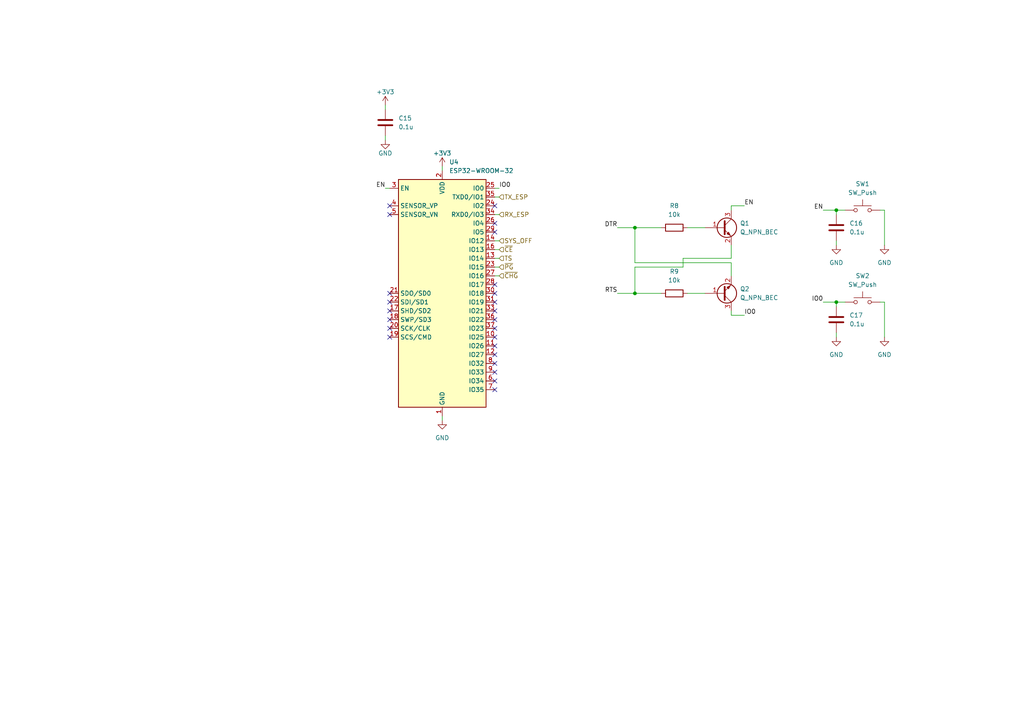
<source format=kicad_sch>
(kicad_sch (version 20211123) (generator eeschema)

  (uuid d306a26c-df4a-4810-8840-b846966d3fb5)

  (paper "A4")

  (lib_symbols
    (symbol "Device:C" (pin_numbers hide) (pin_names (offset 0.254)) (in_bom yes) (on_board yes)
      (property "Reference" "C" (id 0) (at 0.635 2.54 0)
        (effects (font (size 1.27 1.27)) (justify left))
      )
      (property "Value" "C" (id 1) (at 0.635 -2.54 0)
        (effects (font (size 1.27 1.27)) (justify left))
      )
      (property "Footprint" "" (id 2) (at 0.9652 -3.81 0)
        (effects (font (size 1.27 1.27)) hide)
      )
      (property "Datasheet" "~" (id 3) (at 0 0 0)
        (effects (font (size 1.27 1.27)) hide)
      )
      (property "ki_keywords" "cap capacitor" (id 4) (at 0 0 0)
        (effects (font (size 1.27 1.27)) hide)
      )
      (property "ki_description" "Unpolarized capacitor" (id 5) (at 0 0 0)
        (effects (font (size 1.27 1.27)) hide)
      )
      (property "ki_fp_filters" "C_*" (id 6) (at 0 0 0)
        (effects (font (size 1.27 1.27)) hide)
      )
      (symbol "C_0_1"
        (polyline
          (pts
            (xy -2.032 -0.762)
            (xy 2.032 -0.762)
          )
          (stroke (width 0.508) (type default) (color 0 0 0 0))
          (fill (type none))
        )
        (polyline
          (pts
            (xy -2.032 0.762)
            (xy 2.032 0.762)
          )
          (stroke (width 0.508) (type default) (color 0 0 0 0))
          (fill (type none))
        )
      )
      (symbol "C_1_1"
        (pin passive line (at 0 3.81 270) (length 2.794)
          (name "~" (effects (font (size 1.27 1.27))))
          (number "1" (effects (font (size 1.27 1.27))))
        )
        (pin passive line (at 0 -3.81 90) (length 2.794)
          (name "~" (effects (font (size 1.27 1.27))))
          (number "2" (effects (font (size 1.27 1.27))))
        )
      )
    )
    (symbol "Device:Q_NPN_BEC" (pin_names (offset 0) hide) (in_bom yes) (on_board yes)
      (property "Reference" "Q" (id 0) (at 5.08 1.27 0)
        (effects (font (size 1.27 1.27)) (justify left))
      )
      (property "Value" "Q_NPN_BEC" (id 1) (at 5.08 -1.27 0)
        (effects (font (size 1.27 1.27)) (justify left))
      )
      (property "Footprint" "" (id 2) (at 5.08 2.54 0)
        (effects (font (size 1.27 1.27)) hide)
      )
      (property "Datasheet" "~" (id 3) (at 0 0 0)
        (effects (font (size 1.27 1.27)) hide)
      )
      (property "ki_keywords" "transistor NPN" (id 4) (at 0 0 0)
        (effects (font (size 1.27 1.27)) hide)
      )
      (property "ki_description" "NPN transistor, base/emitter/collector" (id 5) (at 0 0 0)
        (effects (font (size 1.27 1.27)) hide)
      )
      (symbol "Q_NPN_BEC_0_1"
        (polyline
          (pts
            (xy 0.635 0.635)
            (xy 2.54 2.54)
          )
          (stroke (width 0) (type default) (color 0 0 0 0))
          (fill (type none))
        )
        (polyline
          (pts
            (xy 0.635 -0.635)
            (xy 2.54 -2.54)
            (xy 2.54 -2.54)
          )
          (stroke (width 0) (type default) (color 0 0 0 0))
          (fill (type none))
        )
        (polyline
          (pts
            (xy 0.635 1.905)
            (xy 0.635 -1.905)
            (xy 0.635 -1.905)
          )
          (stroke (width 0.508) (type default) (color 0 0 0 0))
          (fill (type none))
        )
        (polyline
          (pts
            (xy 1.27 -1.778)
            (xy 1.778 -1.27)
            (xy 2.286 -2.286)
            (xy 1.27 -1.778)
            (xy 1.27 -1.778)
          )
          (stroke (width 0) (type default) (color 0 0 0 0))
          (fill (type outline))
        )
        (circle (center 1.27 0) (radius 2.8194)
          (stroke (width 0.254) (type default) (color 0 0 0 0))
          (fill (type none))
        )
      )
      (symbol "Q_NPN_BEC_1_1"
        (pin input line (at -5.08 0 0) (length 5.715)
          (name "B" (effects (font (size 1.27 1.27))))
          (number "1" (effects (font (size 1.27 1.27))))
        )
        (pin passive line (at 2.54 -5.08 90) (length 2.54)
          (name "E" (effects (font (size 1.27 1.27))))
          (number "2" (effects (font (size 1.27 1.27))))
        )
        (pin passive line (at 2.54 5.08 270) (length 2.54)
          (name "C" (effects (font (size 1.27 1.27))))
          (number "3" (effects (font (size 1.27 1.27))))
        )
      )
    )
    (symbol "Device:R" (pin_numbers hide) (pin_names (offset 0)) (in_bom yes) (on_board yes)
      (property "Reference" "R" (id 0) (at 2.032 0 90)
        (effects (font (size 1.27 1.27)))
      )
      (property "Value" "R" (id 1) (at 0 0 90)
        (effects (font (size 1.27 1.27)))
      )
      (property "Footprint" "" (id 2) (at -1.778 0 90)
        (effects (font (size 1.27 1.27)) hide)
      )
      (property "Datasheet" "~" (id 3) (at 0 0 0)
        (effects (font (size 1.27 1.27)) hide)
      )
      (property "ki_keywords" "R res resistor" (id 4) (at 0 0 0)
        (effects (font (size 1.27 1.27)) hide)
      )
      (property "ki_description" "Resistor" (id 5) (at 0 0 0)
        (effects (font (size 1.27 1.27)) hide)
      )
      (property "ki_fp_filters" "R_*" (id 6) (at 0 0 0)
        (effects (font (size 1.27 1.27)) hide)
      )
      (symbol "R_0_1"
        (rectangle (start -1.016 -2.54) (end 1.016 2.54)
          (stroke (width 0.254) (type default) (color 0 0 0 0))
          (fill (type none))
        )
      )
      (symbol "R_1_1"
        (pin passive line (at 0 3.81 270) (length 1.27)
          (name "~" (effects (font (size 1.27 1.27))))
          (number "1" (effects (font (size 1.27 1.27))))
        )
        (pin passive line (at 0 -3.81 90) (length 1.27)
          (name "~" (effects (font (size 1.27 1.27))))
          (number "2" (effects (font (size 1.27 1.27))))
        )
      )
    )
    (symbol "RF_Module:ESP32-WROOM-32" (in_bom yes) (on_board yes)
      (property "Reference" "U" (id 0) (at -12.7 34.29 0)
        (effects (font (size 1.27 1.27)) (justify left))
      )
      (property "Value" "ESP32-WROOM-32" (id 1) (at 1.27 34.29 0)
        (effects (font (size 1.27 1.27)) (justify left))
      )
      (property "Footprint" "RF_Module:ESP32-WROOM-32" (id 2) (at 0 -38.1 0)
        (effects (font (size 1.27 1.27)) hide)
      )
      (property "Datasheet" "https://www.espressif.com/sites/default/files/documentation/esp32-wroom-32_datasheet_en.pdf" (id 3) (at -7.62 1.27 0)
        (effects (font (size 1.27 1.27)) hide)
      )
      (property "ki_keywords" "RF Radio BT ESP ESP32 Espressif onboard PCB antenna" (id 4) (at 0 0 0)
        (effects (font (size 1.27 1.27)) hide)
      )
      (property "ki_description" "RF Module, ESP32-D0WDQ6 SoC, Wi-Fi 802.11b/g/n, Bluetooth, BLE, 32-bit, 2.7-3.6V, onboard antenna, SMD" (id 5) (at 0 0 0)
        (effects (font (size 1.27 1.27)) hide)
      )
      (property "ki_fp_filters" "ESP32?WROOM?32*" (id 6) (at 0 0 0)
        (effects (font (size 1.27 1.27)) hide)
      )
      (symbol "ESP32-WROOM-32_0_1"
        (rectangle (start -12.7 33.02) (end 12.7 -33.02)
          (stroke (width 0.254) (type default) (color 0 0 0 0))
          (fill (type background))
        )
      )
      (symbol "ESP32-WROOM-32_1_1"
        (pin power_in line (at 0 -35.56 90) (length 2.54)
          (name "GND" (effects (font (size 1.27 1.27))))
          (number "1" (effects (font (size 1.27 1.27))))
        )
        (pin bidirectional line (at 15.24 -12.7 180) (length 2.54)
          (name "IO25" (effects (font (size 1.27 1.27))))
          (number "10" (effects (font (size 1.27 1.27))))
        )
        (pin bidirectional line (at 15.24 -15.24 180) (length 2.54)
          (name "IO26" (effects (font (size 1.27 1.27))))
          (number "11" (effects (font (size 1.27 1.27))))
        )
        (pin bidirectional line (at 15.24 -17.78 180) (length 2.54)
          (name "IO27" (effects (font (size 1.27 1.27))))
          (number "12" (effects (font (size 1.27 1.27))))
        )
        (pin bidirectional line (at 15.24 10.16 180) (length 2.54)
          (name "IO14" (effects (font (size 1.27 1.27))))
          (number "13" (effects (font (size 1.27 1.27))))
        )
        (pin bidirectional line (at 15.24 15.24 180) (length 2.54)
          (name "IO12" (effects (font (size 1.27 1.27))))
          (number "14" (effects (font (size 1.27 1.27))))
        )
        (pin passive line (at 0 -35.56 90) (length 2.54) hide
          (name "GND" (effects (font (size 1.27 1.27))))
          (number "15" (effects (font (size 1.27 1.27))))
        )
        (pin bidirectional line (at 15.24 12.7 180) (length 2.54)
          (name "IO13" (effects (font (size 1.27 1.27))))
          (number "16" (effects (font (size 1.27 1.27))))
        )
        (pin bidirectional line (at -15.24 -5.08 0) (length 2.54)
          (name "SHD/SD2" (effects (font (size 1.27 1.27))))
          (number "17" (effects (font (size 1.27 1.27))))
        )
        (pin bidirectional line (at -15.24 -7.62 0) (length 2.54)
          (name "SWP/SD3" (effects (font (size 1.27 1.27))))
          (number "18" (effects (font (size 1.27 1.27))))
        )
        (pin bidirectional line (at -15.24 -12.7 0) (length 2.54)
          (name "SCS/CMD" (effects (font (size 1.27 1.27))))
          (number "19" (effects (font (size 1.27 1.27))))
        )
        (pin power_in line (at 0 35.56 270) (length 2.54)
          (name "VDD" (effects (font (size 1.27 1.27))))
          (number "2" (effects (font (size 1.27 1.27))))
        )
        (pin bidirectional line (at -15.24 -10.16 0) (length 2.54)
          (name "SCK/CLK" (effects (font (size 1.27 1.27))))
          (number "20" (effects (font (size 1.27 1.27))))
        )
        (pin bidirectional line (at -15.24 0 0) (length 2.54)
          (name "SDO/SD0" (effects (font (size 1.27 1.27))))
          (number "21" (effects (font (size 1.27 1.27))))
        )
        (pin bidirectional line (at -15.24 -2.54 0) (length 2.54)
          (name "SDI/SD1" (effects (font (size 1.27 1.27))))
          (number "22" (effects (font (size 1.27 1.27))))
        )
        (pin bidirectional line (at 15.24 7.62 180) (length 2.54)
          (name "IO15" (effects (font (size 1.27 1.27))))
          (number "23" (effects (font (size 1.27 1.27))))
        )
        (pin bidirectional line (at 15.24 25.4 180) (length 2.54)
          (name "IO2" (effects (font (size 1.27 1.27))))
          (number "24" (effects (font (size 1.27 1.27))))
        )
        (pin bidirectional line (at 15.24 30.48 180) (length 2.54)
          (name "IO0" (effects (font (size 1.27 1.27))))
          (number "25" (effects (font (size 1.27 1.27))))
        )
        (pin bidirectional line (at 15.24 20.32 180) (length 2.54)
          (name "IO4" (effects (font (size 1.27 1.27))))
          (number "26" (effects (font (size 1.27 1.27))))
        )
        (pin bidirectional line (at 15.24 5.08 180) (length 2.54)
          (name "IO16" (effects (font (size 1.27 1.27))))
          (number "27" (effects (font (size 1.27 1.27))))
        )
        (pin bidirectional line (at 15.24 2.54 180) (length 2.54)
          (name "IO17" (effects (font (size 1.27 1.27))))
          (number "28" (effects (font (size 1.27 1.27))))
        )
        (pin bidirectional line (at 15.24 17.78 180) (length 2.54)
          (name "IO5" (effects (font (size 1.27 1.27))))
          (number "29" (effects (font (size 1.27 1.27))))
        )
        (pin input line (at -15.24 30.48 0) (length 2.54)
          (name "EN" (effects (font (size 1.27 1.27))))
          (number "3" (effects (font (size 1.27 1.27))))
        )
        (pin bidirectional line (at 15.24 0 180) (length 2.54)
          (name "IO18" (effects (font (size 1.27 1.27))))
          (number "30" (effects (font (size 1.27 1.27))))
        )
        (pin bidirectional line (at 15.24 -2.54 180) (length 2.54)
          (name "IO19" (effects (font (size 1.27 1.27))))
          (number "31" (effects (font (size 1.27 1.27))))
        )
        (pin no_connect line (at -12.7 -27.94 0) (length 2.54) hide
          (name "NC" (effects (font (size 1.27 1.27))))
          (number "32" (effects (font (size 1.27 1.27))))
        )
        (pin bidirectional line (at 15.24 -5.08 180) (length 2.54)
          (name "IO21" (effects (font (size 1.27 1.27))))
          (number "33" (effects (font (size 1.27 1.27))))
        )
        (pin bidirectional line (at 15.24 22.86 180) (length 2.54)
          (name "RXD0/IO3" (effects (font (size 1.27 1.27))))
          (number "34" (effects (font (size 1.27 1.27))))
        )
        (pin bidirectional line (at 15.24 27.94 180) (length 2.54)
          (name "TXD0/IO1" (effects (font (size 1.27 1.27))))
          (number "35" (effects (font (size 1.27 1.27))))
        )
        (pin bidirectional line (at 15.24 -7.62 180) (length 2.54)
          (name "IO22" (effects (font (size 1.27 1.27))))
          (number "36" (effects (font (size 1.27 1.27))))
        )
        (pin bidirectional line (at 15.24 -10.16 180) (length 2.54)
          (name "IO23" (effects (font (size 1.27 1.27))))
          (number "37" (effects (font (size 1.27 1.27))))
        )
        (pin passive line (at 0 -35.56 90) (length 2.54) hide
          (name "GND" (effects (font (size 1.27 1.27))))
          (number "38" (effects (font (size 1.27 1.27))))
        )
        (pin passive line (at 0 -35.56 90) (length 2.54) hide
          (name "GND" (effects (font (size 1.27 1.27))))
          (number "39" (effects (font (size 1.27 1.27))))
        )
        (pin input line (at -15.24 25.4 0) (length 2.54)
          (name "SENSOR_VP" (effects (font (size 1.27 1.27))))
          (number "4" (effects (font (size 1.27 1.27))))
        )
        (pin input line (at -15.24 22.86 0) (length 2.54)
          (name "SENSOR_VN" (effects (font (size 1.27 1.27))))
          (number "5" (effects (font (size 1.27 1.27))))
        )
        (pin input line (at 15.24 -25.4 180) (length 2.54)
          (name "IO34" (effects (font (size 1.27 1.27))))
          (number "6" (effects (font (size 1.27 1.27))))
        )
        (pin input line (at 15.24 -27.94 180) (length 2.54)
          (name "IO35" (effects (font (size 1.27 1.27))))
          (number "7" (effects (font (size 1.27 1.27))))
        )
        (pin bidirectional line (at 15.24 -20.32 180) (length 2.54)
          (name "IO32" (effects (font (size 1.27 1.27))))
          (number "8" (effects (font (size 1.27 1.27))))
        )
        (pin bidirectional line (at 15.24 -22.86 180) (length 2.54)
          (name "IO33" (effects (font (size 1.27 1.27))))
          (number "9" (effects (font (size 1.27 1.27))))
        )
      )
    )
    (symbol "Switch:SW_Push" (pin_numbers hide) (pin_names (offset 1.016) hide) (in_bom yes) (on_board yes)
      (property "Reference" "SW" (id 0) (at 1.27 2.54 0)
        (effects (font (size 1.27 1.27)) (justify left))
      )
      (property "Value" "SW_Push" (id 1) (at 0 -1.524 0)
        (effects (font (size 1.27 1.27)))
      )
      (property "Footprint" "" (id 2) (at 0 5.08 0)
        (effects (font (size 1.27 1.27)) hide)
      )
      (property "Datasheet" "~" (id 3) (at 0 5.08 0)
        (effects (font (size 1.27 1.27)) hide)
      )
      (property "ki_keywords" "switch normally-open pushbutton push-button" (id 4) (at 0 0 0)
        (effects (font (size 1.27 1.27)) hide)
      )
      (property "ki_description" "Push button switch, generic, two pins" (id 5) (at 0 0 0)
        (effects (font (size 1.27 1.27)) hide)
      )
      (symbol "SW_Push_0_1"
        (circle (center -2.032 0) (radius 0.508)
          (stroke (width 0) (type default) (color 0 0 0 0))
          (fill (type none))
        )
        (polyline
          (pts
            (xy 0 1.27)
            (xy 0 3.048)
          )
          (stroke (width 0) (type default) (color 0 0 0 0))
          (fill (type none))
        )
        (polyline
          (pts
            (xy 2.54 1.27)
            (xy -2.54 1.27)
          )
          (stroke (width 0) (type default) (color 0 0 0 0))
          (fill (type none))
        )
        (circle (center 2.032 0) (radius 0.508)
          (stroke (width 0) (type default) (color 0 0 0 0))
          (fill (type none))
        )
        (pin passive line (at -5.08 0 0) (length 2.54)
          (name "1" (effects (font (size 1.27 1.27))))
          (number "1" (effects (font (size 1.27 1.27))))
        )
        (pin passive line (at 5.08 0 180) (length 2.54)
          (name "2" (effects (font (size 1.27 1.27))))
          (number "2" (effects (font (size 1.27 1.27))))
        )
      )
    )
    (symbol "power:+3V3" (power) (pin_names (offset 0)) (in_bom yes) (on_board yes)
      (property "Reference" "#PWR" (id 0) (at 0 -3.81 0)
        (effects (font (size 1.27 1.27)) hide)
      )
      (property "Value" "+3V3" (id 1) (at 0 3.556 0)
        (effects (font (size 1.27 1.27)))
      )
      (property "Footprint" "" (id 2) (at 0 0 0)
        (effects (font (size 1.27 1.27)) hide)
      )
      (property "Datasheet" "" (id 3) (at 0 0 0)
        (effects (font (size 1.27 1.27)) hide)
      )
      (property "ki_keywords" "power-flag" (id 4) (at 0 0 0)
        (effects (font (size 1.27 1.27)) hide)
      )
      (property "ki_description" "Power symbol creates a global label with name \"+3V3\"" (id 5) (at 0 0 0)
        (effects (font (size 1.27 1.27)) hide)
      )
      (symbol "+3V3_0_1"
        (polyline
          (pts
            (xy -0.762 1.27)
            (xy 0 2.54)
          )
          (stroke (width 0) (type default) (color 0 0 0 0))
          (fill (type none))
        )
        (polyline
          (pts
            (xy 0 0)
            (xy 0 2.54)
          )
          (stroke (width 0) (type default) (color 0 0 0 0))
          (fill (type none))
        )
        (polyline
          (pts
            (xy 0 2.54)
            (xy 0.762 1.27)
          )
          (stroke (width 0) (type default) (color 0 0 0 0))
          (fill (type none))
        )
      )
      (symbol "+3V3_1_1"
        (pin power_in line (at 0 0 90) (length 0) hide
          (name "+3V3" (effects (font (size 1.27 1.27))))
          (number "1" (effects (font (size 1.27 1.27))))
        )
      )
    )
    (symbol "power:GND" (power) (pin_names (offset 0)) (in_bom yes) (on_board yes)
      (property "Reference" "#PWR" (id 0) (at 0 -6.35 0)
        (effects (font (size 1.27 1.27)) hide)
      )
      (property "Value" "GND" (id 1) (at 0 -3.81 0)
        (effects (font (size 1.27 1.27)))
      )
      (property "Footprint" "" (id 2) (at 0 0 0)
        (effects (font (size 1.27 1.27)) hide)
      )
      (property "Datasheet" "" (id 3) (at 0 0 0)
        (effects (font (size 1.27 1.27)) hide)
      )
      (property "ki_keywords" "power-flag" (id 4) (at 0 0 0)
        (effects (font (size 1.27 1.27)) hide)
      )
      (property "ki_description" "Power symbol creates a global label with name \"GND\" , ground" (id 5) (at 0 0 0)
        (effects (font (size 1.27 1.27)) hide)
      )
      (symbol "GND_0_1"
        (polyline
          (pts
            (xy 0 0)
            (xy 0 -1.27)
            (xy 1.27 -1.27)
            (xy 0 -2.54)
            (xy -1.27 -1.27)
            (xy 0 -1.27)
          )
          (stroke (width 0) (type default) (color 0 0 0 0))
          (fill (type none))
        )
      )
      (symbol "GND_1_1"
        (pin power_in line (at 0 0 270) (length 0) hide
          (name "GND" (effects (font (size 1.27 1.27))))
          (number "1" (effects (font (size 1.27 1.27))))
        )
      )
    )
  )


  (junction (at 242.57 87.63) (diameter 0) (color 0 0 0 0)
    (uuid 23f0cf37-55d4-46d7-b4c1-9b259c94baa6)
  )
  (junction (at 242.57 60.96) (diameter 0) (color 0 0 0 0)
    (uuid adca97bd-d2ee-4c08-a3ad-431caf429774)
  )
  (junction (at 184.15 85.09) (diameter 0) (color 0 0 0 0)
    (uuid c92dee1e-81bf-4ffe-8152-bc7f5e3bd7ec)
  )
  (junction (at 184.15 66.04) (diameter 0) (color 0 0 0 0)
    (uuid d3eff76b-83bd-48a1-b559-4a6ebe5edc6c)
  )

  (no_connect (at 113.03 85.09) (uuid 9e44d1b6-711d-4cc5-93e5-be6a4e0f9614))
  (no_connect (at 113.03 87.63) (uuid 9e44d1b6-711d-4cc5-93e5-be6a4e0f9614))
  (no_connect (at 143.51 87.63) (uuid 9e44d1b6-711d-4cc5-93e5-be6a4e0f9614))
  (no_connect (at 143.51 85.09) (uuid 9e44d1b6-711d-4cc5-93e5-be6a4e0f9614))
  (no_connect (at 143.51 90.17) (uuid 9e44d1b6-711d-4cc5-93e5-be6a4e0f9614))
  (no_connect (at 143.51 97.79) (uuid 9e44d1b6-711d-4cc5-93e5-be6a4e0f9614))
  (no_connect (at 143.51 100.33) (uuid 9e44d1b6-711d-4cc5-93e5-be6a4e0f9614))
  (no_connect (at 143.51 102.87) (uuid 9e44d1b6-711d-4cc5-93e5-be6a4e0f9614))
  (no_connect (at 143.51 105.41) (uuid 9e44d1b6-711d-4cc5-93e5-be6a4e0f9614))
  (no_connect (at 143.51 113.03) (uuid 9e44d1b6-711d-4cc5-93e5-be6a4e0f9614))
  (no_connect (at 113.03 97.79) (uuid 9e44d1b6-711d-4cc5-93e5-be6a4e0f9614))
  (no_connect (at 113.03 95.25) (uuid 9e44d1b6-711d-4cc5-93e5-be6a4e0f9614))
  (no_connect (at 113.03 92.71) (uuid 9e44d1b6-711d-4cc5-93e5-be6a4e0f9614))
  (no_connect (at 113.03 90.17) (uuid 9e44d1b6-711d-4cc5-93e5-be6a4e0f9614))
  (no_connect (at 143.51 107.95) (uuid 9e44d1b6-711d-4cc5-93e5-be6a4e0f9614))
  (no_connect (at 143.51 110.49) (uuid 9e44d1b6-711d-4cc5-93e5-be6a4e0f9614))
  (no_connect (at 143.51 95.25) (uuid 9e44d1b6-711d-4cc5-93e5-be6a4e0f9614))
  (no_connect (at 143.51 92.71) (uuid 9e44d1b6-711d-4cc5-93e5-be6a4e0f9614))
  (no_connect (at 143.51 59.69) (uuid 9e44d1b6-711d-4cc5-93e5-be6a4e0f9614))
  (no_connect (at 113.03 62.23) (uuid 9e44d1b6-711d-4cc5-93e5-be6a4e0f9614))
  (no_connect (at 113.03 59.69) (uuid 9e44d1b6-711d-4cc5-93e5-be6a4e0f9614))
  (no_connect (at 143.51 82.55) (uuid 9e44d1b6-711d-4cc5-93e5-be6a4e0f9614))
  (no_connect (at 143.51 64.77) (uuid fb1f154e-83e6-4ac3-9ce0-92f7277e9ebb))
  (no_connect (at 143.51 67.31) (uuid fb1f154e-83e6-4ac3-9ce0-92f7277e9ebb))

  (wire (pts (xy 238.76 60.96) (xy 242.57 60.96))
    (stroke (width 0) (type default) (color 0 0 0 0))
    (uuid 0824e261-06a8-4522-bd19-b3988b8930b1)
  )
  (wire (pts (xy 111.76 54.61) (xy 113.03 54.61))
    (stroke (width 0) (type default) (color 0 0 0 0))
    (uuid 090bbff3-805f-47c8-9898-0bfe4054ab76)
  )
  (wire (pts (xy 199.39 66.04) (xy 204.47 66.04))
    (stroke (width 0) (type default) (color 0 0 0 0))
    (uuid 0af37823-4ca9-4769-abf6-0126dde271e9)
  )
  (wire (pts (xy 179.07 66.04) (xy 184.15 66.04))
    (stroke (width 0) (type default) (color 0 0 0 0))
    (uuid 10b20a32-8565-4369-82c9-076b23875c8d)
  )
  (wire (pts (xy 242.57 87.63) (xy 242.57 88.9))
    (stroke (width 0) (type default) (color 0 0 0 0))
    (uuid 235857f5-7ac9-4530-bf95-2462c41fc9ab)
  )
  (wire (pts (xy 184.15 76.2) (xy 212.09 76.2))
    (stroke (width 0) (type default) (color 0 0 0 0))
    (uuid 244f6516-b7da-4253-996c-a3862705ad85)
  )
  (wire (pts (xy 143.51 72.39) (xy 144.78 72.39))
    (stroke (width 0) (type default) (color 0 0 0 0))
    (uuid 291858ac-20cd-4bb3-9fe4-857541e2af1b)
  )
  (wire (pts (xy 212.09 90.17) (xy 212.09 91.44))
    (stroke (width 0) (type default) (color 0 0 0 0))
    (uuid 29a5ad5a-1e97-4e66-9526-31d6f14b4c71)
  )
  (wire (pts (xy 143.51 62.23) (xy 144.78 62.23))
    (stroke (width 0) (type default) (color 0 0 0 0))
    (uuid 2e1b8811-d444-47d7-9827-7b42f03ad802)
  )
  (wire (pts (xy 128.27 48.26) (xy 128.27 49.53))
    (stroke (width 0) (type default) (color 0 0 0 0))
    (uuid 3fb5e07c-4f9f-41a8-8aac-6f457b351106)
  )
  (wire (pts (xy 128.27 120.65) (xy 128.27 121.92))
    (stroke (width 0) (type default) (color 0 0 0 0))
    (uuid 473e7ac7-e996-42df-9322-67e807fe3ef2)
  )
  (wire (pts (xy 238.76 87.63) (xy 242.57 87.63))
    (stroke (width 0) (type default) (color 0 0 0 0))
    (uuid 4a5b010e-d89e-4aec-8f76-0c826e1c3b12)
  )
  (wire (pts (xy 111.76 30.48) (xy 111.76 31.75))
    (stroke (width 0) (type default) (color 0 0 0 0))
    (uuid 51e99e3e-c541-4ef1-9a69-d1b987f896af)
  )
  (wire (pts (xy 198.12 74.93) (xy 212.09 74.93))
    (stroke (width 0) (type default) (color 0 0 0 0))
    (uuid 54b1f07f-5f13-4bbf-a1d1-9d5a1f7e66ee)
  )
  (wire (pts (xy 212.09 60.96) (xy 212.09 59.69))
    (stroke (width 0) (type default) (color 0 0 0 0))
    (uuid 57012323-92e8-4943-9853-08b32d79b755)
  )
  (wire (pts (xy 199.39 85.09) (xy 204.47 85.09))
    (stroke (width 0) (type default) (color 0 0 0 0))
    (uuid 57c917aa-dcab-4239-9b0b-dad2b9336a6c)
  )
  (wire (pts (xy 184.15 77.47) (xy 184.15 85.09))
    (stroke (width 0) (type default) (color 0 0 0 0))
    (uuid 5cfe7951-cb1c-4543-b89d-7b58d156f858)
  )
  (wire (pts (xy 179.07 85.09) (xy 184.15 85.09))
    (stroke (width 0) (type default) (color 0 0 0 0))
    (uuid 5f09afca-a8f0-4d6a-ba68-5ea2abf4e6df)
  )
  (wire (pts (xy 242.57 60.96) (xy 242.57 62.23))
    (stroke (width 0) (type default) (color 0 0 0 0))
    (uuid 647c4330-1fd0-4f5b-a198-34127e11f611)
  )
  (wire (pts (xy 242.57 69.85) (xy 242.57 71.12))
    (stroke (width 0) (type default) (color 0 0 0 0))
    (uuid 6c2a4a3a-06bf-4135-9e86-d97ec404b7f5)
  )
  (wire (pts (xy 212.09 91.44) (xy 215.9 91.44))
    (stroke (width 0) (type default) (color 0 0 0 0))
    (uuid 7116aa4c-399b-4987-bd18-ff3387111ec2)
  )
  (wire (pts (xy 184.15 66.04) (xy 191.77 66.04))
    (stroke (width 0) (type default) (color 0 0 0 0))
    (uuid 744e78a9-67c7-4b99-89e0-3eca02ab9ca1)
  )
  (wire (pts (xy 184.15 77.47) (xy 198.12 77.47))
    (stroke (width 0) (type default) (color 0 0 0 0))
    (uuid 74b804ce-013b-4ad1-8f5c-1bc3742157aa)
  )
  (wire (pts (xy 242.57 96.52) (xy 242.57 97.79))
    (stroke (width 0) (type default) (color 0 0 0 0))
    (uuid 79daf405-b21d-41bb-8e49-0d27264911fb)
  )
  (wire (pts (xy 111.76 39.37) (xy 111.76 40.64))
    (stroke (width 0) (type default) (color 0 0 0 0))
    (uuid 828d6bfe-c688-4851-85ef-2cfe0055994a)
  )
  (wire (pts (xy 143.51 80.01) (xy 144.78 80.01))
    (stroke (width 0) (type default) (color 0 0 0 0))
    (uuid 83f194cf-f5a5-4072-b9b5-1a757020fe7e)
  )
  (wire (pts (xy 242.57 87.63) (xy 245.11 87.63))
    (stroke (width 0) (type default) (color 0 0 0 0))
    (uuid 93d8a1b5-a50c-4765-b2fc-b1bae65a57b6)
  )
  (wire (pts (xy 256.54 87.63) (xy 256.54 97.79))
    (stroke (width 0) (type default) (color 0 0 0 0))
    (uuid 9c837d32-6d26-4050-938c-252466a99d5d)
  )
  (wire (pts (xy 143.51 69.85) (xy 144.78 69.85))
    (stroke (width 0) (type default) (color 0 0 0 0))
    (uuid 9fb254ba-9d4e-4f53-a2d8-a7a9fa22c91d)
  )
  (wire (pts (xy 198.12 74.93) (xy 198.12 77.47))
    (stroke (width 0) (type default) (color 0 0 0 0))
    (uuid a6be44f3-7b77-4912-8d99-4dc5e6ffb798)
  )
  (wire (pts (xy 212.09 74.93) (xy 212.09 71.12))
    (stroke (width 0) (type default) (color 0 0 0 0))
    (uuid a8b85d25-cc66-49e8-87b7-550d015a3e8d)
  )
  (wire (pts (xy 184.15 85.09) (xy 191.77 85.09))
    (stroke (width 0) (type default) (color 0 0 0 0))
    (uuid ab586f0d-007e-455c-a84e-fd979ac6c090)
  )
  (wire (pts (xy 184.15 66.04) (xy 184.15 76.2))
    (stroke (width 0) (type default) (color 0 0 0 0))
    (uuid afa9ff17-a280-4283-a695-95de89fe2033)
  )
  (wire (pts (xy 212.09 59.69) (xy 215.9 59.69))
    (stroke (width 0) (type default) (color 0 0 0 0))
    (uuid b62a299e-1aa7-413a-bea3-a0eabfe29501)
  )
  (wire (pts (xy 256.54 60.96) (xy 256.54 71.12))
    (stroke (width 0) (type default) (color 0 0 0 0))
    (uuid c61642b3-42cd-4d48-a931-87677baa0097)
  )
  (wire (pts (xy 143.51 77.47) (xy 144.78 77.47))
    (stroke (width 0) (type default) (color 0 0 0 0))
    (uuid d8298758-7244-40f1-b2d0-46c235530729)
  )
  (wire (pts (xy 255.27 87.63) (xy 256.54 87.63))
    (stroke (width 0) (type default) (color 0 0 0 0))
    (uuid eecb618b-983c-447c-83f4-2c6d53716ee0)
  )
  (wire (pts (xy 143.51 57.15) (xy 144.78 57.15))
    (stroke (width 0) (type default) (color 0 0 0 0))
    (uuid eff258dc-a27c-4137-9774-6aa9348e9b04)
  )
  (wire (pts (xy 143.51 74.93) (xy 144.78 74.93))
    (stroke (width 0) (type default) (color 0 0 0 0))
    (uuid f9dbf819-453c-47a7-8e0a-3f31d7487072)
  )
  (wire (pts (xy 242.57 60.96) (xy 245.11 60.96))
    (stroke (width 0) (type default) (color 0 0 0 0))
    (uuid fb5cbbec-eb65-4868-b020-1254d253ffdd)
  )
  (wire (pts (xy 212.09 76.2) (xy 212.09 80.01))
    (stroke (width 0) (type default) (color 0 0 0 0))
    (uuid fc704198-7a6b-414f-bbca-39b26de900a8)
  )
  (wire (pts (xy 255.27 60.96) (xy 256.54 60.96))
    (stroke (width 0) (type default) (color 0 0 0 0))
    (uuid fe477ad0-1cf0-4522-81ee-dd09a751dfdf)
  )
  (wire (pts (xy 143.51 54.61) (xy 144.78 54.61))
    (stroke (width 0) (type default) (color 0 0 0 0))
    (uuid fe7bd252-3541-4361-aa7f-e4de55c99209)
  )

  (label "EN" (at 238.76 60.96 180)
    (effects (font (size 1.27 1.27)) (justify right bottom))
    (uuid 172b6b9b-3339-4c67-9af7-f09467ce397e)
  )
  (label "EN" (at 215.9 59.69 0)
    (effects (font (size 1.27 1.27)) (justify left bottom))
    (uuid 6be44ce7-47fd-4fa7-a53e-602994eb9066)
  )
  (label "RTS" (at 179.07 85.09 180)
    (effects (font (size 1.27 1.27)) (justify right bottom))
    (uuid 8803fbe4-cd46-4ed4-9cce-fb109e7034bb)
  )
  (label "IO0" (at 144.78 54.61 0)
    (effects (font (size 1.27 1.27)) (justify left bottom))
    (uuid 8a1166ad-fbc8-4c86-a138-85260e221631)
  )
  (label "IO0" (at 238.76 87.63 180)
    (effects (font (size 1.27 1.27)) (justify right bottom))
    (uuid 8fdee92a-c90e-4744-a5dd-3d0fd37575e9)
  )
  (label "EN" (at 111.76 54.61 180)
    (effects (font (size 1.27 1.27)) (justify right bottom))
    (uuid a10aa0cd-c879-44d8-8fcb-37dc1aca0e7f)
  )
  (label "DTR" (at 179.07 66.04 180)
    (effects (font (size 1.27 1.27)) (justify right bottom))
    (uuid ab7319b9-2fca-4779-877c-a0e87b7df02c)
  )
  (label "IO0" (at 215.9 91.44 0)
    (effects (font (size 1.27 1.27)) (justify left bottom))
    (uuid fc96c102-ff41-43e6-a77a-9b346c326d18)
  )

  (hierarchical_label "RX_ESP" (shape input) (at 144.78 62.23 0)
    (effects (font (size 1.27 1.27)) (justify left))
    (uuid 0562cbdc-6b29-4763-a4e9-d4b05cf02d4c)
  )
  (hierarchical_label "SYS_OFF" (shape input) (at 144.78 69.85 0)
    (effects (font (size 1.27 1.27)) (justify left))
    (uuid 2cc16d1e-5779-422f-b138-262b713cff84)
  )
  (hierarchical_label "TS" (shape input) (at 144.78 74.93 0)
    (effects (font (size 1.27 1.27)) (justify left))
    (uuid 9571d3d4-e8d1-4c2e-bda9-f67bcb8ae684)
  )
  (hierarchical_label "TX_ESP" (shape input) (at 144.78 57.15 0)
    (effects (font (size 1.27 1.27)) (justify left))
    (uuid 9a3bb040-a848-4303-9b8b-a2f399c31483)
  )
  (hierarchical_label "~{CHG}" (shape input) (at 144.78 80.01 0)
    (effects (font (size 1.27 1.27)) (justify left))
    (uuid a04a0625-1adf-49d7-8c9e-677d4c06927d)
  )
  (hierarchical_label "~{CE}" (shape input) (at 144.78 72.39 0)
    (effects (font (size 1.27 1.27)) (justify left))
    (uuid d7a1fd6e-076c-4d4c-bb84-9aa8d10bdd82)
  )
  (hierarchical_label "~{PG}" (shape input) (at 144.78 77.47 0)
    (effects (font (size 1.27 1.27)) (justify left))
    (uuid fbddae1f-d7a1-48de-8bec-19a848e75238)
  )

  (symbol (lib_id "Device:R") (at 195.58 66.04 270) (unit 1)
    (in_bom yes) (on_board yes)
    (uuid 01edc7cc-ce18-4fbd-8627-aeb794e225a5)
    (property "Reference" "R8" (id 0) (at 195.58 59.69 90))
    (property "Value" "10k" (id 1) (at 195.58 62.23 90))
    (property "Footprint" "Resistor_SMD:R_0402_1005Metric" (id 2) (at 195.58 64.262 90)
      (effects (font (size 1.27 1.27)) hide)
    )
    (property "Datasheet" "~" (id 3) (at 195.58 66.04 0)
      (effects (font (size 1.27 1.27)) hide)
    )
    (pin "1" (uuid f7690171-2670-4b36-8e7e-c02b8498f99e))
    (pin "2" (uuid 1e998670-f2e9-4175-bad5-d7d50e0b012e))
  )

  (symbol (lib_id "power:GND") (at 256.54 71.12 0) (unit 1)
    (in_bom yes) (on_board yes) (fields_autoplaced)
    (uuid 08f347e8-3dcc-417c-9972-2403fce29c82)
    (property "Reference" "#PWR044" (id 0) (at 256.54 77.47 0)
      (effects (font (size 1.27 1.27)) hide)
    )
    (property "Value" "GND" (id 1) (at 256.54 76.2 0))
    (property "Footprint" "" (id 2) (at 256.54 71.12 0)
      (effects (font (size 1.27 1.27)) hide)
    )
    (property "Datasheet" "" (id 3) (at 256.54 71.12 0)
      (effects (font (size 1.27 1.27)) hide)
    )
    (pin "1" (uuid b05eb122-1800-4e22-ac80-f940f0ef969e))
  )

  (symbol (lib_id "Switch:SW_Push") (at 250.19 87.63 0) (unit 1)
    (in_bom yes) (on_board yes) (fields_autoplaced)
    (uuid 1268cdab-1326-4004-8b00-1fe95f9f8559)
    (property "Reference" "SW2" (id 0) (at 250.19 80.01 0))
    (property "Value" "SW_Push" (id 1) (at 250.19 82.55 0))
    (property "Footprint" "Button_Switch_SMD:SW_SPST_B3S-1000" (id 2) (at 250.19 82.55 0)
      (effects (font (size 1.27 1.27)) hide)
    )
    (property "Datasheet" "~" (id 3) (at 250.19 82.55 0)
      (effects (font (size 1.27 1.27)) hide)
    )
    (pin "1" (uuid 53377a40-66dd-47d9-836d-30f72d191345))
    (pin "2" (uuid fcbb40a5-5379-44ca-89da-09f212495de9))
  )

  (symbol (lib_id "Device:C") (at 111.76 35.56 0) (unit 1)
    (in_bom yes) (on_board yes) (fields_autoplaced)
    (uuid 2ec155fb-9f81-4581-8412-f53760e3ffef)
    (property "Reference" "C15" (id 0) (at 115.57 34.2899 0)
      (effects (font (size 1.27 1.27)) (justify left))
    )
    (property "Value" "0.1u" (id 1) (at 115.57 36.8299 0)
      (effects (font (size 1.27 1.27)) (justify left))
    )
    (property "Footprint" "Capacitor_SMD:C_0402_1005Metric" (id 2) (at 112.7252 39.37 0)
      (effects (font (size 1.27 1.27)) hide)
    )
    (property "Datasheet" "~" (id 3) (at 111.76 35.56 0)
      (effects (font (size 1.27 1.27)) hide)
    )
    (pin "1" (uuid 76c8a3d9-a9b2-47a6-9af0-a214289ea321))
    (pin "2" (uuid 55f84998-4cf1-4b13-929e-b504f40ac6e5))
  )

  (symbol (lib_id "power:GND") (at 242.57 71.12 0) (unit 1)
    (in_bom yes) (on_board yes) (fields_autoplaced)
    (uuid 4186bbeb-7b92-4873-89cc-fd725c740649)
    (property "Reference" "#PWR043" (id 0) (at 242.57 77.47 0)
      (effects (font (size 1.27 1.27)) hide)
    )
    (property "Value" "GND" (id 1) (at 242.57 76.2 0))
    (property "Footprint" "" (id 2) (at 242.57 71.12 0)
      (effects (font (size 1.27 1.27)) hide)
    )
    (property "Datasheet" "" (id 3) (at 242.57 71.12 0)
      (effects (font (size 1.27 1.27)) hide)
    )
    (pin "1" (uuid 8d2f4423-98fc-4892-8697-cce477b65ddb))
  )

  (symbol (lib_id "Device:C") (at 242.57 66.04 0) (unit 1)
    (in_bom yes) (on_board yes) (fields_autoplaced)
    (uuid 53aecea2-3fd3-41bf-868a-5e0e752c50e1)
    (property "Reference" "C16" (id 0) (at 246.38 64.7699 0)
      (effects (font (size 1.27 1.27)) (justify left))
    )
    (property "Value" "0.1u" (id 1) (at 246.38 67.3099 0)
      (effects (font (size 1.27 1.27)) (justify left))
    )
    (property "Footprint" "Capacitor_SMD:C_0402_1005Metric" (id 2) (at 243.5352 69.85 0)
      (effects (font (size 1.27 1.27)) hide)
    )
    (property "Datasheet" "~" (id 3) (at 242.57 66.04 0)
      (effects (font (size 1.27 1.27)) hide)
    )
    (pin "1" (uuid f120f5c5-ffe9-44eb-880b-fe7da0d5bdf1))
    (pin "2" (uuid 6566eb8e-db50-4abf-a206-72ed95242956))
  )

  (symbol (lib_id "power:+3V3") (at 111.76 30.48 0) (unit 1)
    (in_bom yes) (on_board yes)
    (uuid 5c8b4367-8893-4071-a748-84f4b3586761)
    (property "Reference" "#PWR040" (id 0) (at 111.76 34.29 0)
      (effects (font (size 1.27 1.27)) hide)
    )
    (property "Value" "+3V3" (id 1) (at 111.76 26.67 0))
    (property "Footprint" "" (id 2) (at 111.76 30.48 0)
      (effects (font (size 1.27 1.27)) hide)
    )
    (property "Datasheet" "" (id 3) (at 111.76 30.48 0)
      (effects (font (size 1.27 1.27)) hide)
    )
    (pin "1" (uuid 9788561a-0733-4ccc-9db2-c6e879b8e6d4))
  )

  (symbol (lib_id "power:GND") (at 242.57 97.79 0) (unit 1)
    (in_bom yes) (on_board yes) (fields_autoplaced)
    (uuid 5f73dca0-2c5d-42c2-b27a-7401fa864cb7)
    (property "Reference" "#PWR045" (id 0) (at 242.57 104.14 0)
      (effects (font (size 1.27 1.27)) hide)
    )
    (property "Value" "GND" (id 1) (at 242.57 102.87 0))
    (property "Footprint" "" (id 2) (at 242.57 97.79 0)
      (effects (font (size 1.27 1.27)) hide)
    )
    (property "Datasheet" "" (id 3) (at 242.57 97.79 0)
      (effects (font (size 1.27 1.27)) hide)
    )
    (pin "1" (uuid 28100ac6-ea1a-4bd3-9cbb-a42ee02793eb))
  )

  (symbol (lib_id "power:GND") (at 256.54 97.79 0) (unit 1)
    (in_bom yes) (on_board yes) (fields_autoplaced)
    (uuid 63e007fc-ae2d-45ce-8841-83d1d344a8d0)
    (property "Reference" "#PWR046" (id 0) (at 256.54 104.14 0)
      (effects (font (size 1.27 1.27)) hide)
    )
    (property "Value" "GND" (id 1) (at 256.54 102.87 0))
    (property "Footprint" "" (id 2) (at 256.54 97.79 0)
      (effects (font (size 1.27 1.27)) hide)
    )
    (property "Datasheet" "" (id 3) (at 256.54 97.79 0)
      (effects (font (size 1.27 1.27)) hide)
    )
    (pin "1" (uuid 7796bf87-cb5f-4a26-8430-5721a24e15ae))
  )

  (symbol (lib_id "Switch:SW_Push") (at 250.19 60.96 0) (unit 1)
    (in_bom yes) (on_board yes) (fields_autoplaced)
    (uuid 67a2f48c-f9c6-46d9-bb00-810f366455e2)
    (property "Reference" "SW1" (id 0) (at 250.19 53.34 0))
    (property "Value" "SW_Push" (id 1) (at 250.19 55.88 0))
    (property "Footprint" "Button_Switch_SMD:SW_SPST_B3S-1000" (id 2) (at 250.19 55.88 0)
      (effects (font (size 1.27 1.27)) hide)
    )
    (property "Datasheet" "~" (id 3) (at 250.19 55.88 0)
      (effects (font (size 1.27 1.27)) hide)
    )
    (pin "1" (uuid cfc2530d-290c-4bdd-a242-50a21ab9239a))
    (pin "2" (uuid 91cb67b1-45b3-4b9f-9975-a58e5e1691b6))
  )

  (symbol (lib_id "Device:Q_NPN_BEC") (at 209.55 66.04 0) (unit 1)
    (in_bom yes) (on_board yes) (fields_autoplaced)
    (uuid 6adaeb5b-cbac-4df1-9a29-9c2db9830e9a)
    (property "Reference" "Q1" (id 0) (at 214.63 64.7699 0)
      (effects (font (size 1.27 1.27)) (justify left))
    )
    (property "Value" "Q_NPN_BEC" (id 1) (at 214.63 67.3099 0)
      (effects (font (size 1.27 1.27)) (justify left))
    )
    (property "Footprint" "Package_TO_SOT_SMD:SOT-323_SC-70" (id 2) (at 214.63 63.5 0)
      (effects (font (size 1.27 1.27)) hide)
    )
    (property "Datasheet" "~" (id 3) (at 209.55 66.04 0)
      (effects (font (size 1.27 1.27)) hide)
    )
    (pin "1" (uuid 1cf42993-b8f6-4447-86f5-7bce301ae0ad))
    (pin "2" (uuid 87998e1e-b94c-41df-bc42-8bc546875ba3))
    (pin "3" (uuid 4543a128-ede6-4995-a874-e1af548cbb17))
  )

  (symbol (lib_id "Device:Q_NPN_BEC") (at 209.55 85.09 0) (mirror x) (unit 1)
    (in_bom yes) (on_board yes) (fields_autoplaced)
    (uuid 70ac29ae-7bbf-4e1b-a249-6c631453a130)
    (property "Reference" "Q2" (id 0) (at 214.63 83.8199 0)
      (effects (font (size 1.27 1.27)) (justify left))
    )
    (property "Value" "Q_NPN_BEC" (id 1) (at 214.63 86.3599 0)
      (effects (font (size 1.27 1.27)) (justify left))
    )
    (property "Footprint" "Package_TO_SOT_SMD:SOT-323_SC-70" (id 2) (at 214.63 87.63 0)
      (effects (font (size 1.27 1.27)) hide)
    )
    (property "Datasheet" "~" (id 3) (at 209.55 85.09 0)
      (effects (font (size 1.27 1.27)) hide)
    )
    (pin "1" (uuid 90b15279-ac9c-4e73-81c3-06492ac076a4))
    (pin "2" (uuid bd6b2619-9bbf-4a5d-9ef9-9e3cd6b2efa2))
    (pin "3" (uuid e6d53175-7d5f-496c-9ac5-86aa5020de9a))
  )

  (symbol (lib_id "power:+3V3") (at 128.27 48.26 0) (unit 1)
    (in_bom yes) (on_board yes)
    (uuid 846fdebe-1695-4787-ac58-b490042f5e3a)
    (property "Reference" "#PWR042" (id 0) (at 128.27 52.07 0)
      (effects (font (size 1.27 1.27)) hide)
    )
    (property "Value" "+3V3" (id 1) (at 128.27 44.45 0))
    (property "Footprint" "" (id 2) (at 128.27 48.26 0)
      (effects (font (size 1.27 1.27)) hide)
    )
    (property "Datasheet" "" (id 3) (at 128.27 48.26 0)
      (effects (font (size 1.27 1.27)) hide)
    )
    (pin "1" (uuid ab840aed-71c5-4267-b745-07bc5b62d189))
  )

  (symbol (lib_id "RF_Module:ESP32-WROOM-32") (at 128.27 85.09 0) (unit 1)
    (in_bom yes) (on_board yes) (fields_autoplaced)
    (uuid 9057210f-e612-4dc0-8bb3-c2ec0aeb72ed)
    (property "Reference" "U4" (id 0) (at 130.2894 46.99 0)
      (effects (font (size 1.27 1.27)) (justify left))
    )
    (property "Value" "ESP32-WROOM-32" (id 1) (at 130.2894 49.53 0)
      (effects (font (size 1.27 1.27)) (justify left))
    )
    (property "Footprint" "RF_Module:ESP32-WROOM-32" (id 2) (at 128.27 123.19 0)
      (effects (font (size 1.27 1.27)) hide)
    )
    (property "Datasheet" "https://www.espressif.com/sites/default/files/documentation/esp32-wroom-32_datasheet_en.pdf" (id 3) (at 120.65 83.82 0)
      (effects (font (size 1.27 1.27)) hide)
    )
    (pin "1" (uuid 2e0aafe3-a5d0-4e39-b0aa-b4c38fe093a2))
    (pin "10" (uuid 9163ef7f-a48e-4b23-8e22-d908df916d7c))
    (pin "11" (uuid d8ff5e08-dae8-4570-ac5c-006608f67ac5))
    (pin "12" (uuid 5a7feec6-1946-438a-b759-3b7d71438e10))
    (pin "13" (uuid 33615f11-2927-4eb4-ace4-fb9796fb660e))
    (pin "14" (uuid 28cf9949-9657-43e5-9d96-a1ce9ff7dffe))
    (pin "15" (uuid ee59226a-8604-4f3f-84ad-10ef954b061d))
    (pin "16" (uuid c8003ead-d1a8-45e4-b907-3591ae89ec5d))
    (pin "17" (uuid 2eaaef23-1219-4d68-8f8f-b8970a32a683))
    (pin "18" (uuid fe3d2142-6c52-4ad9-9741-6dc3d6112116))
    (pin "19" (uuid 79ef1f61-6da3-4a4f-bb5e-58e18e43d7d7))
    (pin "2" (uuid e7475aa2-29d9-4b8b-9e2b-7c0a103a3a1c))
    (pin "20" (uuid f6037f55-cb3d-42c2-8eff-9fa90350fee9))
    (pin "21" (uuid bf2b523d-5d86-4012-8335-e98f2d9ce4b8))
    (pin "22" (uuid 71101aac-1edc-44a0-a392-cdb30b2a494c))
    (pin "23" (uuid 26736750-0738-490d-9334-8fd2157a6a70))
    (pin "24" (uuid 3e08c17b-14cb-4618-bd1f-9768bbc9ef39))
    (pin "25" (uuid e7e448d5-6fc5-47c9-bdc1-6091672cd2b1))
    (pin "26" (uuid 95ce0915-cf0d-4773-846b-dea59b1f47f5))
    (pin "27" (uuid e3d28c9d-3a61-40cf-b8c6-d504139a3571))
    (pin "28" (uuid 46a05871-a0fd-41fe-8385-128b037ecbbc))
    (pin "29" (uuid 255fda60-3731-49db-b81c-ad2005889bb0))
    (pin "3" (uuid 81d98d1a-817d-437f-af6a-b2b720ba04b7))
    (pin "30" (uuid fe5d23e6-57a2-4a4e-8adb-afa0bf4919b8))
    (pin "31" (uuid 16de14b6-bebf-4c8c-91c2-ecd8afc2125a))
    (pin "32" (uuid 6b422202-6277-450a-a89a-005fa39b5d97))
    (pin "33" (uuid ddf7352b-9581-47a2-9c02-7ac3b2b619bb))
    (pin "34" (uuid f80c3be3-3f92-404c-9a97-4bb7709f8f7a))
    (pin "35" (uuid 087d9cdb-f226-4379-875c-81226878cad6))
    (pin "36" (uuid 266bb5e9-de61-494c-908f-a4fccf2fc8b5))
    (pin "37" (uuid 6a390469-8c5e-4f7c-9310-ae982fab87a1))
    (pin "38" (uuid 5c03804e-4661-42eb-992a-9b55dc2dbf77))
    (pin "39" (uuid b325c8bb-304c-4e57-b233-ab18519a43e2))
    (pin "4" (uuid bdee50a8-191f-4c29-88d7-5cd2227221a3))
    (pin "5" (uuid ed050fd9-8df8-40a0-a547-7b76a4c54932))
    (pin "6" (uuid 63c241fe-5d0e-4530-a8d5-7dc2017190ee))
    (pin "7" (uuid bd06895a-0701-4440-b48d-8cc92943087b))
    (pin "8" (uuid aeb77ad7-0965-4ec6-acde-41d407d0b634))
    (pin "9" (uuid e46cd4f8-4dba-4ba1-80b9-7f234e6e4c20))
  )

  (symbol (lib_id "Device:C") (at 242.57 92.71 0) (unit 1)
    (in_bom yes) (on_board yes) (fields_autoplaced)
    (uuid 9c05f622-19b5-40d2-903b-e584c62158e7)
    (property "Reference" "C17" (id 0) (at 246.38 91.4399 0)
      (effects (font (size 1.27 1.27)) (justify left))
    )
    (property "Value" "0.1u" (id 1) (at 246.38 93.9799 0)
      (effects (font (size 1.27 1.27)) (justify left))
    )
    (property "Footprint" "Capacitor_SMD:C_0402_1005Metric" (id 2) (at 243.5352 96.52 0)
      (effects (font (size 1.27 1.27)) hide)
    )
    (property "Datasheet" "~" (id 3) (at 242.57 92.71 0)
      (effects (font (size 1.27 1.27)) hide)
    )
    (pin "1" (uuid e59be569-dcdd-4439-95ab-dcf9aff860a6))
    (pin "2" (uuid 6f1a0cda-876f-4734-945d-bdeec29b670d))
  )

  (symbol (lib_id "power:GND") (at 128.27 121.92 0) (unit 1)
    (in_bom yes) (on_board yes) (fields_autoplaced)
    (uuid c12d3e6e-3d24-4c0e-80d9-69178356ff9c)
    (property "Reference" "#PWR047" (id 0) (at 128.27 128.27 0)
      (effects (font (size 1.27 1.27)) hide)
    )
    (property "Value" "GND" (id 1) (at 128.27 127 0))
    (property "Footprint" "" (id 2) (at 128.27 121.92 0)
      (effects (font (size 1.27 1.27)) hide)
    )
    (property "Datasheet" "" (id 3) (at 128.27 121.92 0)
      (effects (font (size 1.27 1.27)) hide)
    )
    (pin "1" (uuid 72d2318c-d453-439d-be82-aa57dbe73725))
  )

  (symbol (lib_id "Device:R") (at 195.58 85.09 270) (unit 1)
    (in_bom yes) (on_board yes)
    (uuid cd206731-6e26-45ab-b8b5-a11bdaea9f13)
    (property "Reference" "R9" (id 0) (at 195.58 78.74 90))
    (property "Value" "10k" (id 1) (at 195.58 81.28 90))
    (property "Footprint" "Resistor_SMD:R_0402_1005Metric" (id 2) (at 195.58 83.312 90)
      (effects (font (size 1.27 1.27)) hide)
    )
    (property "Datasheet" "~" (id 3) (at 195.58 85.09 0)
      (effects (font (size 1.27 1.27)) hide)
    )
    (pin "1" (uuid b5557de5-a55f-4ba3-8550-0900afc0ae5f))
    (pin "2" (uuid c4ee3367-35ed-4b71-bc08-34b9babe0673))
  )

  (symbol (lib_id "power:GND") (at 111.76 40.64 0) (unit 1)
    (in_bom yes) (on_board yes)
    (uuid d65907ec-0b07-4ebe-bdf8-285a31ab52a5)
    (property "Reference" "#PWR041" (id 0) (at 111.76 46.99 0)
      (effects (font (size 1.27 1.27)) hide)
    )
    (property "Value" "GND" (id 1) (at 111.76 44.45 0))
    (property "Footprint" "" (id 2) (at 111.76 40.64 0)
      (effects (font (size 1.27 1.27)) hide)
    )
    (property "Datasheet" "" (id 3) (at 111.76 40.64 0)
      (effects (font (size 1.27 1.27)) hide)
    )
    (pin "1" (uuid b556983a-7020-4d3e-b554-5c95548ca390))
  )
)

</source>
